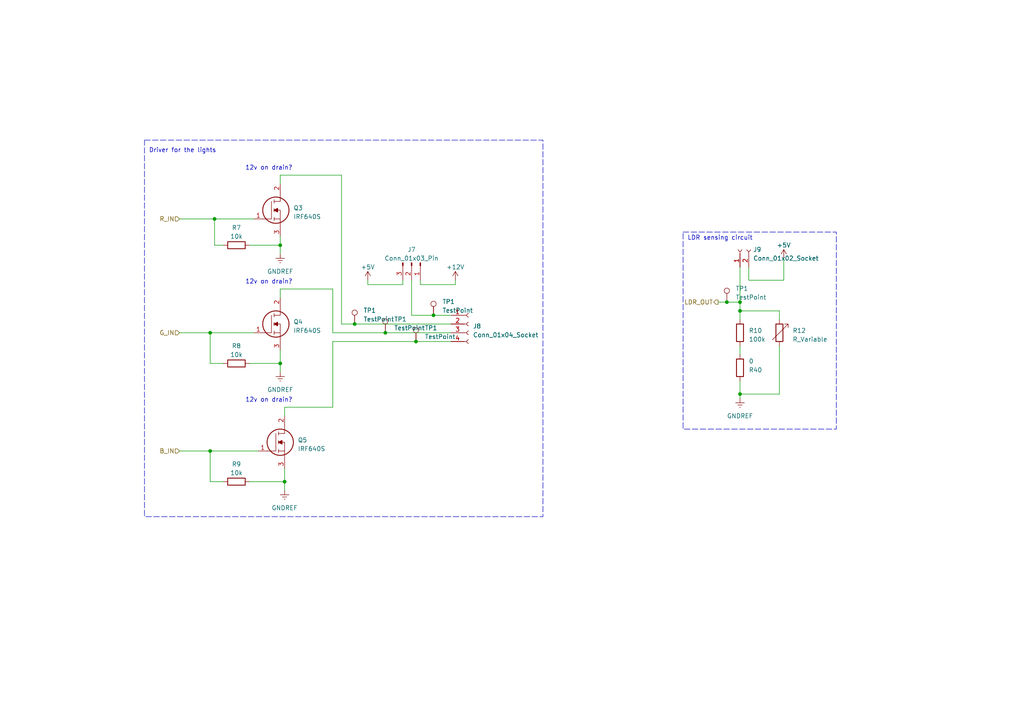
<source format=kicad_sch>
(kicad_sch (version 20230121) (generator eeschema)
  (paper "A4")
  (lib_symbols
    (symbol "Connector:Conn_01x02_Socket" (pin_names (offset 1.016) hide)
      (property "Reference" "J" (at 0 2.54 0))
      (property "Value" "Conn_01x02_Socket" (at 0 -5.08 0))
      (symbol "Conn_01x02_Socket_1_1"
        (arc (start 0 -2.032) (mid -0.5058 -2.54) (end 0 -3.048) (stroke (width 0.1524)))
        (polyline (pts (xy -1.27 -2.54) (xy -0.508 -2.54)) (stroke (width 0.1524)))
        (polyline (pts (xy -1.27 0) (xy -0.508 0)) (stroke (width 0.1524)))
        (arc (start 0 0.508) (mid -0.5058 0) (end 0 -0.508) (stroke (width 0.1524)))
        (pin passive line (at -5.08 0 0) (length 3.81) (name "Pin_1") (number "1"))
        (pin passive line (at -5.08 -2.54 0) (length 3.81) (name "Pin_2") (number "2"))
      )
    )
    (symbol "Connector:Conn_01x03_Pin" (pin_names (offset 1.016) hide)
      (property "Reference" "J" (at 0 5.08 0))
      (property "Value" "Conn_01x03_Pin" (at 0 -5.08 0))
      (symbol "Conn_01x03_Pin_1_1"
        (polyline (pts (xy 1.27 -2.54) (xy 0.8636 -2.54)) (stroke (width 0.1524)))
        (polyline (pts (xy 1.27 0) (xy 0.8636 0)) (stroke (width 0.1524)))
        (polyline (pts (xy 1.27 2.54) (xy 0.8636 2.54)) (stroke (width 0.1524)))
        (rectangle (start 0.8636 -2.413) (end 0 -2.667) (stroke (width 0.1524)) (fill (type outline)))
        (rectangle (start 0.8636 0.127) (end 0 -0.127) (stroke (width 0.1524)) (fill (type outline)))
        (rectangle (start 0.8636 2.667) (end 0 2.413) (stroke (width 0.1524)) (fill (type outline)))
        (pin passive line (at 5.08 2.54 180) (length 3.81) (name "Pin_1") (number "1"))
        (pin passive line (at 5.08 0 180) (length 3.81) (name "Pin_2") (number "2"))
        (pin passive line (at 5.08 -2.54 180) (length 3.81) (name "Pin_3") (number "3"))
      )
    )
    (symbol "Connector:Conn_01x04_Socket" (pin_names (offset 1.016) hide)
      (property "Reference" "J" (at 0 5.08 0))
      (property "Value" "Conn_01x04_Socket" (at 0 -7.62 0))
      (symbol "Conn_01x04_Socket_1_1"
        (arc (start 0 -4.572) (mid -0.5058 -5.08) (end 0 -5.588) (stroke (width 0.1524)))
        (arc (start 0 -2.032) (mid -0.5058 -2.54) (end 0 -3.048) (stroke (width 0.1524)))
        (polyline (pts (xy -1.27 -5.08) (xy -0.508 -5.08)) (stroke (width 0.1524)))
        (polyline (pts (xy -1.27 -2.54) (xy -0.508 -2.54)) (stroke (width 0.1524)))
        (polyline (pts (xy -1.27 0) (xy -0.508 0)) (stroke (width 0.1524)))
        (polyline (pts (xy -1.27 2.54) (xy -0.508 2.54)) (stroke (width 0.1524)))
        (arc (start 0 0.508) (mid -0.5058 0) (end 0 -0.508) (stroke (width 0.1524)))
        (arc (start 0 3.048) (mid -0.5058 2.54) (end 0 2.032) (stroke (width 0.1524)))
        (pin passive line (at -5.08 2.54 0) (length 3.81) (name "Pin_1") (number "1"))
        (pin passive line (at -5.08 0 0) (length 3.81) (name "Pin_2") (number "2"))
        (pin passive line (at -5.08 -2.54 0) (length 3.81) (name "Pin_3") (number "3"))
        (pin passive line (at -5.08 -5.08 0) (length 3.81) (name "Pin_4") (number "4"))
      )
    )
    (symbol "Connector:TestPoint" (pin_numbers hide) (pin_names (offset 0.762) hide)
      (property "Reference" "TP" (at 0 6.858 0))
      (property "Value" "TestPoint" (at 0 5.08 0))
      (symbol "TestPoint_0_1"
        (circle (center 0 3.302) (radius 0.762))
      )
      (symbol "TestPoint_1_1"
        (pin passive line (at 0 0 90) (length 2.54) (name "1") (number "1"))
      )
    )
    (symbol "Device:R" (pin_numbers hide) (pin_names (offset 0))
      (property "Reference" "R" (at 2.032 0 90))
      (property "Value" "R" (at 0 0 90))
      (symbol "R_0_1"
        (rectangle (start -1.016 -2.54) (end 1.016 2.54) (stroke (width 0.254)))
      )
      (symbol "R_1_1"
        (pin passive line (at 0 3.81 270) (length 1.27) (name "~") (number "1"))
        (pin passive line (at 0 -3.81 90) (length 1.27) (name "~") (number "2"))
      )
    )
    (symbol "Device:R_Variable" (pin_numbers hide) (pin_names (offset 0))
      (property "Reference" "R" (at 2.54 -2.54 90))
      (property "Value" "R_Variable" (at -2.54 -1.27 90))
      (symbol "R_Variable_0_1"
        (rectangle (start -1.016 -2.54) (end 1.016 2.54) (stroke (width 0.254)))
        (polyline (pts (xy 2.54 1.524) (xy 2.54 2.54) (xy 1.524 2.54) (xy 2.54 2.54) (xy -2.032 -2.032)))
      )
      (symbol "R_Variable_1_1"
        (pin passive line (at 0 3.81 270) (length 1.27) (name "~") (number "1"))
        (pin passive line (at 0 -3.81 90) (length 1.27) (name "~") (number "2"))
      )
    )
    (symbol "SamacSys_Parts:IRF640S" (pin_names (offset 0.762))
      (property "Reference" "Q" (at 11.43 3.81 0))
      (property "Value" "IRF640S" (at 11.43 1.27 0))
      (symbol "IRF640S_0_0"
        (pin passive line (at 0 0 0) (length 2.54) (name "~") (number "1"))
        (pin passive line (at 7.62 10.16 270) (length 2.54) (name "~") (number "2"))
        (pin passive line (at 7.62 -5.08 90) (length 2.54) (name "~") (number "3"))
      )
      (symbol "IRF640S_0_1"
        (polyline (pts (xy 5.842 -0.508) (xy 5.842 0.508)) (stroke (width 0.1524)))
        (polyline (pts (xy 5.842 0) (xy 7.62 0)) (stroke (width 0.1524)))
        (polyline (pts (xy 5.842 2.032) (xy 5.842 3.048)) (stroke (width 0.1524)))
        (polyline (pts (xy 5.842 5.588) (xy 5.842 4.572)) (stroke (width 0.1524)))
        (polyline (pts (xy 7.62 2.54) (xy 5.842 2.54)) (stroke (width 0.1524)))
        (polyline (pts (xy 7.62 2.54) (xy 7.62 -2.54)) (stroke (width 0.1524)))
        (polyline (pts (xy 7.62 5.08) (xy 5.842 5.08)) (stroke (width 0.1524)))
        (polyline (pts (xy 7.62 5.08) (xy 7.62 7.62)) (stroke (width 0.1524)))
        (polyline (pts (xy 2.54 0) (xy 5.08 0) (xy 5.08 5.08)) (stroke (width 0.1524)))
        (polyline (pts (xy 5.842 2.54) (xy 6.858 3.048) (xy 6.858 2.032) (xy 5.842 2.54)) (stroke (width 0.254)) (fill (type outline)))
        (circle (center 6.35 2.54) (radius 3.81) (stroke (width 0.254)))
      )
    )
    (symbol "power:+12V" (power) (pin_names (offset 0))
      (property "Value" "+12V" (at 0 3.556 0))
      (symbol "+12V_0_1"
        (polyline (pts (xy -0.762 1.27) (xy 0 2.54)))
        (polyline (pts (xy 0 0) (xy 0 2.54)))
        (polyline (pts (xy 0 2.54) (xy 0.762 1.27)))
      )
      (symbol "+12V_1_1"
        (pin power_in line (at 0 0 90) (length 0) hide (name "+12V") (number "1"))
      )
    )
    (symbol "power:+5V" (power) (pin_names (offset 0))
      (property "Value" "+5V" (at 0 3.556 0))
      (symbol "+5V_0_1"
        (polyline (pts (xy -0.762 1.27) (xy 0 2.54)))
        (polyline (pts (xy 0 0) (xy 0 2.54)))
        (polyline (pts (xy 0 2.54) (xy 0.762 1.27)))
      )
      (symbol "+5V_1_1"
        (pin power_in line (at 0 0 90) (length 0) hide (name "+5V") (number "1"))
      )
    )
    (symbol "power:GNDREF" (power) (pin_names (offset 0))
      (property "Value" "GNDREF" (at 0 -3.81 0))
      (symbol "GNDREF_0_1"
        (polyline (pts (xy -0.635 -1.905) (xy 0.635 -1.905)))
        (polyline (pts (xy -0.127 -2.54) (xy 0.127 -2.54)))
        (polyline (pts (xy 0 -1.27) (xy 0 0)))
        (polyline (pts (xy 1.27 -1.27) (xy -1.27 -1.27)))
      )
      (symbol "GNDREF_1_1"
        (pin power_in line (at 0 0 270) (length 0) hide (name "GNDREF") (number "1"))
      )
    )
  )
  (junction (at 82.55 139.7))
  (junction (at 111.76 96.52))
  (junction (at 81.28 105.41))
  (junction (at 214.63 87.63))
  (junction (at 62.23 63.5))
  (junction (at 120.65 99.06))
  (junction (at 214.63 114.3))
  (junction (at 102.87 93.98))
  (junction (at 214.63 90.17))
  (junction (at 125.73 91.44))
  (junction (at 210.82 87.63))
  (junction (at 60.96 96.52))
  (junction (at 81.28 71.12))
  (junction (at 60.96 130.81))
  (wire (pts (xy 119.38 81.28) (xy 119.38 91.44)))
  (wire (pts (xy 64.77 105.41) (xy 60.96 105.41)))
  (wire (pts (xy 208.28 87.63) (xy 210.82 87.63)))
  (wire (pts (xy 60.96 130.81) (xy 74.93 130.81)))
  (wire (pts (xy 121.92 82.55) (xy 132.08 82.55)))
  (wire (pts (xy 52.07 63.5) (xy 62.23 63.5)))
  (wire (pts (xy 72.39 139.7) (xy 82.55 139.7)))
  (wire (pts (xy 62.23 63.5) (xy 73.66 63.5)))
  (wire (pts (xy 96.52 83.82) (xy 96.52 96.52)))
  (wire (pts (xy 81.28 105.41) (xy 81.28 101.6)))
  (wire (pts (xy 227.33 81.28) (xy 217.17 81.28)))
  (wire (pts (xy 96.52 99.06) (xy 120.65 99.06)))
  (wire (pts (xy 214.63 100.33) (xy 214.63 102.87)))
  (wire (pts (xy 210.82 87.63) (xy 214.63 87.63)))
  (wire (pts (xy 214.63 87.63) (xy 214.63 90.17)))
  (wire (pts (xy 214.63 90.17) (xy 214.63 92.71)))
  (wire (pts (xy 125.73 91.44) (xy 130.81 91.44)))
  (wire (pts (xy 227.33 74.93) (xy 227.33 81.28)))
  (wire (pts (xy 62.23 71.12) (xy 62.23 63.5)))
  (wire (pts (xy 72.39 71.12) (xy 81.28 71.12)))
  (wire (pts (xy 52.07 96.52) (xy 60.96 96.52)))
  (wire (pts (xy 214.63 77.47) (xy 214.63 87.63)))
  (wire (pts (xy 106.68 81.28) (xy 106.68 82.55)))
  (wire (pts (xy 102.87 93.98) (xy 130.81 93.98)))
  (wire (pts (xy 81.28 50.8) (xy 99.06 50.8)))
  (wire (pts (xy 60.96 96.52) (xy 60.96 105.41)))
  (wire (pts (xy 82.55 120.65) (xy 82.55 118.11)))
  (wire (pts (xy 96.52 118.11) (xy 96.52 99.06)))
  (wire (pts (xy 119.38 91.44) (xy 125.73 91.44)))
  (wire (pts (xy 60.96 96.52) (xy 73.66 96.52)))
  (wire (pts (xy 214.63 110.49) (xy 214.63 114.3)))
  (wire (pts (xy 96.52 96.52) (xy 111.76 96.52)))
  (wire (pts (xy 81.28 71.12) (xy 81.28 68.58)))
  (wire (pts (xy 116.84 82.55) (xy 116.84 81.28)))
  (wire (pts (xy 81.28 71.12) (xy 81.28 73.66)))
  (wire (pts (xy 111.76 96.52) (xy 130.81 96.52)))
  (wire (pts (xy 121.92 82.55) (xy 121.92 81.28)))
  (wire (pts (xy 81.28 83.82) (xy 96.52 83.82)))
  (wire (pts (xy 82.55 139.7) (xy 82.55 135.89)))
  (wire (pts (xy 64.77 139.7) (xy 60.96 139.7)))
  (wire (pts (xy 81.28 53.34) (xy 81.28 50.8)))
  (wire (pts (xy 81.28 86.36) (xy 81.28 83.82)))
  (wire (pts (xy 226.06 90.17) (xy 214.63 90.17)))
  (wire (pts (xy 64.77 71.12) (xy 62.23 71.12)))
  (wire (pts (xy 214.63 114.3) (xy 214.63 115.57)))
  (wire (pts (xy 217.17 77.47) (xy 217.17 81.28)))
  (wire (pts (xy 132.08 81.28) (xy 132.08 82.55)))
  (wire (pts (xy 81.28 105.41) (xy 81.28 107.95)))
  (wire (pts (xy 226.06 100.33) (xy 226.06 114.3)))
  (wire (pts (xy 120.65 99.06) (xy 130.81 99.06)))
  (wire (pts (xy 99.06 50.8) (xy 99.06 93.98)))
  (wire (pts (xy 106.68 82.55) (xy 116.84 82.55)))
  (wire (pts (xy 99.06 93.98) (xy 102.87 93.98)))
  (wire (pts (xy 82.55 118.11) (xy 96.52 118.11)))
  (wire (pts (xy 82.55 139.7) (xy 82.55 142.24)))
  (wire (pts (xy 60.96 139.7) (xy 60.96 130.81)))
  (wire (pts (xy 226.06 92.71) (xy 226.06 90.17)))
  (wire (pts (xy 52.07 130.81) (xy 60.96 130.81)))
  (wire (pts (xy 72.39 105.41) (xy 81.28 105.41)))
  (wire (pts (xy 226.06 114.3) (xy 214.63 114.3)))
  (rectangle (start 41.91 40.64) (end 157.48 149.86) (stroke (width 0) (type dash)))
  (rectangle (start 198.12 67.31) (end 242.57 124.46) (stroke (width 0) (type dash)))
  (text "12v on drain?" (at 71.12 116.84 0) (effects (font (size 1.27 1.27)) (justify left bottom)))
  (text "12v on drain?" (at 71.12 82.55 0) (effects (font (size 1.27 1.27)) (justify left bottom)))
  (text "Driver for the lights" (at 43.18 44.45 0) (effects (font (size 1.27 1.27)) (justify left bottom)))
  (text "12v on drain?" (at 71.12 49.53 0) (effects (font (size 1.27 1.27)) (justify left bottom)))
  (text "LDR sensing circuit" (at 199.39 69.85 0) (effects (font (size 1.27 1.27)) (justify left bottom)))
  (hierarchical_label "G_IN" (shape input) (at 52.07 96.52 180))
  (hierarchical_label "LDR_OUT" (shape output) (at 208.28 87.63 180))
  (hierarchical_label "R_IN" (shape input) (at 52.07 63.5 180))
  (hierarchical_label "B_IN" (shape input) (at 52.07 130.81 180))
  (symbol (lib_id "Device:R") (at 68.58 71.12 90) (unit 1)
    (property "Reference" "R7" (at 68.58 66.04 90))
    (property "Value" "10k" (at 68.58 68.58 90))
    (property "Footprint" "Resistor_SMD:R_1206_3216Metric_Pad1.30x1.75mm_HandSolder" (effects hide))
  )
  (symbol (lib_id "power:+5V") (at 227.33 74.93 0) (unit 1)
    (property "Reference" "#PWR037" (effects hide))
    (property "Value" "+5V" (at 227.33 71.12 0))
  )
  (symbol (lib_id "SamacSys_Parts:IRF640S") (at 73.66 63.5 0) (unit 1)
    (property "Reference" "Q3" (at 85.09 60.325 0) (effects (justify left)))
    (property "Value" "IRF640S" (at 85.09 62.865 0) (effects (justify left)))
    (property "Footprint" "IRF640S" (effects hide))
    (property "Datasheet" "https://www.vishay.com/docs/91037/sihf640s.pdf" (effects hide))
    (property "Description" "MOSFET N-CH 200V 18A D2PAK" (effects hide))
    (property "Height" "4.83" (effects hide))
    (property "Manufacturer_Name" "Vishay" (effects hide))
    (property "Manufacturer_Part_Number" "IRF640S" (effects hide))
    (property "Mouser Part Number" "844-IRF640S" (effects hide))
    (property "Mouser Price/Stock" "https://www.mouser.co.uk/ProductDetail/Vishay-Siliconix/IRF640S?qs=ehM%252BESVsXgxmErfAULfknA%3D%3D" (effects hide))
  )
  (symbol (lib_id "Device:R") (at 68.58 105.41 90) (unit 1)
    (property "Reference" "R8" (at 68.58 100.33 90))
    (property "Value" "10k" (at 68.58 102.87 90))
    (property "Footprint" "Resistor_SMD:R_1206_3216Metric_Pad1.30x1.75mm_HandSolder" (effects hide))
  )
  (symbol (lib_id "Connector:TestPoint") (at 102.87 93.98 0) (unit 1)
    (property "Reference" "TP1" (at 105.41 90.043 0) (effects (justify left)))
    (property "Value" "TestPoint" (at 105.41 92.583 0) (effects (justify left)))
    (property "Footprint" "TestPoint:TestPoint_Pad_D2.0mm" (effects hide))
    (instances (project "greenhouse_project_hat" (path "" (reference "TP1") (unit 1)) (path "" (reference "TP15") (unit 1))))
  )
  (symbol (lib_id "Connector:Conn_01x02_Socket") (at 214.63 72.39 90) (unit 1)
    (property "Reference" "J9" (at 218.44 72.39 90) (effects (justify right)))
    (property "Value" "Conn_01x02_Socket" (at 218.44 74.93 90) (effects (justify right)))
    (property "Footprint" "Connector_JST:JST_PH_B2B-PH-K_1x02_P2.00mm_Vertical" (effects hide))
  )
  (symbol (lib_id "power:GNDREF") (at 82.55 142.24 0) (unit 1)
    (property "Reference" "#PWR033" (effects hide))
    (property "Value" "GNDREF" (at 82.55 147.32 0))
  )
  (symbol (lib_id "Connector:Conn_01x03_Pin") (at 119.38 76.2 270) (unit 1)
    (property "Reference" "J7" (at 119.38 72.39 90))
    (property "Value" "Conn_01x03_Pin" (at 119.38 74.93 90))
    (property "Footprint" "Connector_PinHeader_2.54mm:PinHeader_1x03_P2.54mm_Vertical" (effects hide))
  )
  (symbol (lib_id "SamacSys_Parts:IRF640S") (at 73.66 96.52 0) (unit 1)
    (property "Reference" "Q4" (at 85.09 93.345 0) (effects (justify left)))
    (property "Value" "IRF640S" (at 85.09 95.885 0) (effects (justify left)))
    (property "Footprint" "IRF640S" (effects hide))
    (property "Datasheet" "https://www.vishay.com/docs/91037/sihf640s.pdf" (effects hide))
    (property "Description" "MOSFET N-CH 200V 18A D2PAK" (effects hide))
    (property "Height" "4.83" (effects hide))
    (property "Manufacturer_Name" "Vishay" (effects hide))
    (property "Manufacturer_Part_Number" "IRF640S" (effects hide))
    (property "Mouser Part Number" "844-IRF640S" (effects hide))
    (property "Mouser Price/Stock" "https://www.mouser.co.uk/ProductDetail/Vishay-Siliconix/IRF640S?qs=ehM%252BESVsXgxmErfAULfknA%3D%3D" (effects hide))
  )
  (symbol (lib_id "Connector:TestPoint") (at 120.65 99.06 0) (unit 1)
    (property "Reference" "TP1" (at 123.19 95.123 0) (effects (justify left)))
    (property "Value" "TestPoint" (at 123.19 97.663 0) (effects (justify left)))
    (property "Footprint" "TestPoint:TestPoint_Pad_D2.0mm" (effects hide))
    (instances (project "greenhouse_project_hat" (path "" (reference "TP1") (unit 1)) (path "" (reference "TP17") (unit 1))))
  )
  (symbol (lib_id "Connector:TestPoint") (at 111.76 96.52 0) (unit 1)
    (property "Reference" "TP1" (at 114.3 92.583 0) (effects (justify left)))
    (property "Value" "TestPoint" (at 114.3 95.123 0) (effects (justify left)))
    (property "Footprint" "TestPoint:TestPoint_Pad_D2.0mm" (effects hide))
    (instances (project "greenhouse_project_hat" (path "" (reference "TP1") (unit 1)) (path "" (reference "TP16") (unit 1))))
  )
  (symbol (lib_id "Device:R") (at 214.63 96.52 0) (unit 1)
    (property "Reference" "R10" (at 217.17 95.885 0) (effects (justify left)))
    (property "Value" "100k" (at 217.17 98.425 0) (effects (justify left)))
    (property "Footprint" "Resistor_SMD:R_1206_3216Metric_Pad1.30x1.75mm_HandSolder" (effects hide))
  )
  (symbol (lib_id "Connector:TestPoint") (at 125.73 91.44 0) (unit 1)
    (property "Reference" "TP1" (at 128.27 87.503 0) (effects (justify left)))
    (property "Value" "TestPoint" (at 128.27 90.043 0) (effects (justify left)))
    (property "Footprint" "TestPoint:TestPoint_Pad_D2.0mm" (effects hide))
    (instances (project "greenhouse_project_hat" (path "" (reference "TP1") (unit 1)) (path "" (reference "TP18") (unit 1))))
  )
  (symbol (lib_id "Connector:TestPoint") (at 210.82 87.63 0) (unit 1)
    (property "Reference" "TP1" (at 213.36 83.693 0) (effects (justify left)))
    (property "Value" "TestPoint" (at 213.36 86.233 0) (effects (justify left)))
    (property "Footprint" "TestPoint:TestPoint_Pad_D2.0mm" (effects hide))
    (instances (project "greenhouse_project_hat" (path "" (reference "TP1") (unit 1)) (path "" (reference "TP19") (unit 1))))
  )
  (symbol (lib_id "power:GNDREF") (at 214.63 115.57 0) (unit 1)
    (property "Reference" "#PWR036" (effects hide))
    (property "Value" "GNDREF" (at 214.63 120.65 0))
  )
  (symbol (lib_id "power:GNDREF") (at 81.28 73.66 0) (unit 1)
    (property "Reference" "#PWR031" (effects hide))
    (property "Value" "GNDREF" (at 81.28 78.74 0))
  )
  (symbol (lib_id "Device:R_Variable") (at 226.06 96.52 0) (unit 1)
    (property "Reference" "R12" (at 229.87 95.885 0) (effects (justify left)))
    (property "Value" "R_Variable" (at 229.87 98.425 0) (effects (justify left)))
    (property "Footprint" "Potentiometer_THT:Potentiometer_Bourns_3296W_Vertical" (effects hide))
  )
  (symbol (lib_id "power:GNDREF") (at 81.28 107.95 0) (unit 1)
    (property "Reference" "#PWR032" (effects hide))
    (property "Value" "GNDREF" (at 81.28 113.03 0))
  )
  (symbol (lib_id "Device:R") (at 214.63 106.68 0) (mirror y) (unit 1)
    (property "Reference" "R40" (at 217.17 107.315 0) (effects (justify right)))
    (property "Value" "0" (at 217.17 104.775 0) (effects (justify right)))
    (property "Footprint" "Resistor_SMD:R_1206_3216Metric_Pad1.30x1.75mm_HandSolder" (effects hide))
    (instances (project "greenhouse_project_hat" (path "" (reference "R40") (unit 1)) (path "" (reference "R11") (unit 1))))
  )
  (symbol (lib_id "power:+12V") (at 132.08 81.28 0) (unit 1)
    (property "Reference" "#PWR?" (effects hide))
    (property "Value" "+12V" (at 132.08 77.47 0))
    (instances (project "greenhouse_project_hat" (path "" (reference "#PWR?") (unit 1)) (path "" (reference "#PWR068") (unit 1)) (path "" (reference "#PWR035") (unit 1))))
  )
  (symbol (lib_id "Device:R") (at 68.58 139.7 90) (unit 1)
    (property "Reference" "R9" (at 68.58 134.62 90))
    (property "Value" "10k" (at 68.58 137.16 90))
    (property "Footprint" "Resistor_SMD:R_1206_3216Metric_Pad1.30x1.75mm_HandSolder" (effects hide))
  )
  (symbol (lib_id "power:+5V") (at 106.68 81.28 0) (unit 1)
    (property "Reference" "#PWR?" (effects hide))
    (property "Value" "+5V" (at 106.68 77.47 0))
    (instances (project "greenhouse_project_hat" (path "" (reference "#PWR?") (unit 1)) (path "" (reference "#PWR064") (unit 1)) (path "" (reference "#PWR034") (unit 1))))
  )
  (symbol (lib_id "Connector:Conn_01x04_Socket") (at 135.89 93.98 0) (unit 1)
    (property "Reference" "J8" (at 137.16 94.615 0) (effects (justify left)))
    (property "Value" "Conn_01x04_Socket" (at 137.16 97.155 0) (effects (justify left)))
    (property "Footprint" "Connector_JST:JST_PH_B4B-PH-K_1x04_P2.00mm_Vertical" (effects hide))
  )
  (symbol (lib_id "SamacSys_Parts:IRF640S") (at 74.93 130.81 0) (unit 1)
    (property "Reference" "Q5" (at 86.36 127.635 0) (effects (justify left)))
    (property "Value" "IRF640S" (at 86.36 130.175 0) (effects (justify left)))
    (property "Footprint" "IRF640S" (effects hide))
    (property "Datasheet" "https://www.vishay.com/docs/91037/sihf640s.pdf" (effects hide))
    (property "Description" "MOSFET N-CH 200V 18A D2PAK" (effects hide))
    (property "Height" "4.83" (effects hide))
    (property "Manufacturer_Name" "Vishay" (effects hide))
    (property "Manufacturer_Part_Number" "IRF640S" (effects hide))
    (property "Mouser Part Number" "844-IRF640S" (effects hide))
    (property "Mouser Price/Stock" "https://www.mouser.co.uk/ProductDetail/Vishay-Siliconix/IRF640S?qs=ehM%252BESVsXgxmErfAULfknA%3D%3D" (effects hide))
  )
)
</source>
